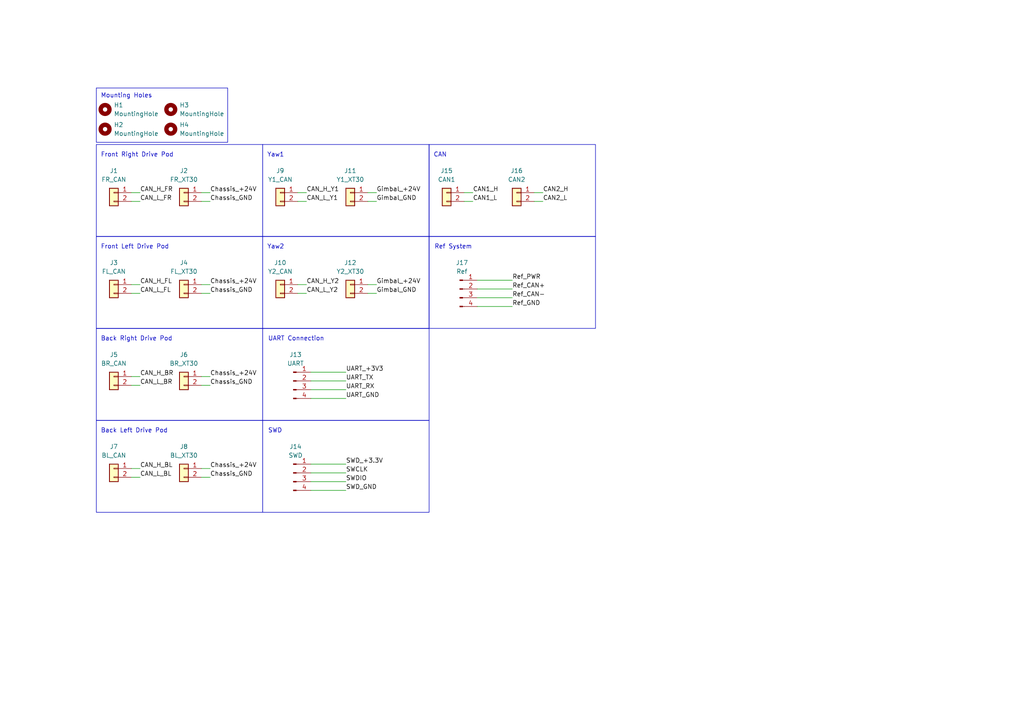
<source format=kicad_sch>
(kicad_sch (version 20231120) (generator "eeschema") (generator_version "8.0")
  (paper "A4")
  (lib_symbols
    (symbol "Connector:Conn_01x04_Pin" (pin_names (offset 1.016) hide)
      (property "Reference" "J" (at 0 5.08 0))
      (property "Value" "Conn_01x04_Pin" (at 0 -7.62 0))
      (symbol "Conn_01x04_Pin_1_1"
        (polyline (pts (xy 1.27 -5.08) (xy 0.8636 -5.08)) (stroke (width 0.1524)))
        (polyline (pts (xy 1.27 -2.54) (xy 0.8636 -2.54)) (stroke (width 0.1524)))
        (polyline (pts (xy 1.27 0) (xy 0.8636 0)) (stroke (width 0.1524)))
        (polyline (pts (xy 1.27 2.54) (xy 0.8636 2.54)) (stroke (width 0.1524)))
        (rectangle (start 0.8636 -4.953) (end 0 -5.207) (stroke (width 0.1524)) (fill (type outline)))
        (rectangle (start 0.8636 -2.413) (end 0 -2.667) (stroke (width 0.1524)) (fill (type outline)))
        (rectangle (start 0.8636 0.127) (end 0 -0.127) (stroke (width 0.1524)) (fill (type outline)))
        (rectangle (start 0.8636 2.667) (end 0 2.413) (stroke (width 0.1524)) (fill (type outline)))
        (pin passive line (at 5.08 2.54 180) (length 3.81) (name "Pin_1") (number "1"))
        (pin passive line (at 5.08 0 180) (length 3.81) (name "Pin_2") (number "2"))
        (pin passive line (at 5.08 -2.54 180) (length 3.81) (name "Pin_3") (number "3"))
        (pin passive line (at 5.08 -5.08 180) (length 3.81) (name "Pin_4") (number "4"))
      )
    )
    (symbol "Connector_Generic:Conn_01x02" (pin_names (offset 1.016) hide)
      (property "Reference" "J" (at 0 2.54 0))
      (property "Value" "Conn_01x02" (at 0 -5.08 0))
      (symbol "Conn_01x02_1_1"
        (rectangle (start -1.27 -2.413) (end 0 -2.667) (stroke (width 0.1524)))
        (rectangle (start -1.27 0.127) (end 0 -0.127) (stroke (width 0.1524)))
        (rectangle (start -1.27 1.27) (end 1.27 -3.81) (stroke (width 0.254)) (fill (type background)))
        (pin passive line (at -5.08 0 0) (length 3.81) (name "Pin_1") (number "1"))
        (pin passive line (at -5.08 -2.54 0) (length 3.81) (name "Pin_2") (number "2"))
      )
    )
    (symbol "Mechanical:MountingHole" (pin_names (offset 1.016))
      (property "Reference" "H" (at 0 5.08 0))
      (property "Value" "MountingHole" (at 0 3.175 0))
      (symbol "MountingHole_0_1"
        (circle (center 0 0) (radius 1.27) (stroke (width 1.27)))
      )
    )
  )
  (wire (pts (xy 58.42 85.09) (xy 60.96 85.09)))
  (wire (pts (xy 60.96 109.22) (xy 58.42 109.22)))
  (wire (pts (xy 148.59 83.82) (xy 138.43 83.82)))
  (wire (pts (xy 109.22 55.88) (xy 106.68 55.88)))
  (wire (pts (xy 58.42 111.76) (xy 60.96 111.76)))
  (wire (pts (xy 100.33 139.7) (xy 90.17 139.7)))
  (wire (pts (xy 86.36 85.09) (xy 88.9 85.09)))
  (wire (pts (xy 60.96 55.88) (xy 58.42 55.88)))
  (wire (pts (xy 109.22 82.55) (xy 106.68 82.55)))
  (wire (pts (xy 100.33 137.16) (xy 90.17 137.16)))
  (wire (pts (xy 106.68 58.42) (xy 109.22 58.42)))
  (wire (pts (xy 100.33 142.24) (xy 90.17 142.24)))
  (wire (pts (xy 38.1 82.55) (xy 40.64 82.55)))
  (wire (pts (xy 100.33 110.49) (xy 90.17 110.49)))
  (wire (pts (xy 138.43 81.28) (xy 148.59 81.28)))
  (wire (pts (xy 58.42 58.42) (xy 60.96 58.42)))
  (wire (pts (xy 106.68 85.09) (xy 109.22 85.09)))
  (wire (pts (xy 134.62 58.42) (xy 137.16 58.42)))
  (wire (pts (xy 148.59 86.36) (xy 138.43 86.36)))
  (wire (pts (xy 100.33 113.03) (xy 90.17 113.03)))
  (wire (pts (xy 86.36 82.55) (xy 88.9 82.55)))
  (wire (pts (xy 157.48 55.88) (xy 154.94 55.88)))
  (wire (pts (xy 38.1 58.42) (xy 40.64 58.42)))
  (wire (pts (xy 38.1 138.43) (xy 40.64 138.43)))
  (wire (pts (xy 38.1 109.22) (xy 40.64 109.22)))
  (wire (pts (xy 38.1 111.76) (xy 40.64 111.76)))
  (wire (pts (xy 38.1 135.89) (xy 40.64 135.89)))
  (wire (pts (xy 86.36 58.42) (xy 88.9 58.42)))
  (wire (pts (xy 86.36 55.88) (xy 88.9 55.88)))
  (wire (pts (xy 148.59 88.9) (xy 138.43 88.9)))
  (wire (pts (xy 90.17 107.95) (xy 100.33 107.95)))
  (wire (pts (xy 38.1 85.09) (xy 40.64 85.09)))
  (wire (pts (xy 134.62 55.88) (xy 137.16 55.88)))
  (wire (pts (xy 154.94 58.42) (xy 157.48 58.42)))
  (wire (pts (xy 38.1 55.88) (xy 40.64 55.88)))
  (wire (pts (xy 58.42 138.43) (xy 60.96 138.43)))
  (wire (pts (xy 100.33 115.57) (xy 90.17 115.57)))
  (wire (pts (xy 60.96 82.55) (xy 58.42 82.55)))
  (wire (pts (xy 90.17 134.62) (xy 100.33 134.62)))
  (wire (pts (xy 60.96 135.89) (xy 58.42 135.89)))
  (rectangle (start 27.94 41.91) (end 76.2 68.58))
  (rectangle (start 27.94 68.58) (end 76.2 95.25))
  (rectangle (start 27.94 95.25) (end 76.2 121.92))
  (rectangle (start 76.2 68.58) (end 124.46 95.25))
  (rectangle (start 76.2 95.25) (end 124.46 121.92))
  (rectangle (start 27.94 121.92) (end 76.2 148.59))
  (rectangle (start 76.2 41.91) (end 124.46 68.58))
  (rectangle (start 27.94 25.527) (end 66.04 41.275))
  (rectangle (start 124.46 68.58) (end 172.72 95.25))
  (rectangle (start 124.46 41.91) (end 172.72 68.58))
  (rectangle (start 76.2 121.92) (end 124.46 148.59))
  (text "Front Right Drive Pod\n" (at 29.21 45.72 0) (effects (font (size 1.27 1.27)) (justify left bottom)))
  (text "UART Connection\n" (at 77.724 99.06 0) (effects (font (size 1.27 1.27)) (justify left bottom)))
  (text "Ref System" (at 125.984 72.39 0) (effects (font (size 1.27 1.27)) (justify left bottom)))
  (text "Yaw1" (at 77.47 45.72 0) (effects (font (size 1.27 1.27)) (justify left bottom)))
  (text "Front Left Drive Pod\n" (at 29.21 72.39 0) (effects (font (size 1.27 1.27)) (justify left bottom)))
  (text "Mounting Holes" (at 29.21 28.575 0) (effects (font (size 1.27 1.27)) (justify left bottom)))
  (text "CAN" (at 125.73 45.72 0) (effects (font (size 1.27 1.27)) (justify left bottom)))
  (text "Yaw2" (at 77.47 72.39 0) (effects (font (size 1.27 1.27)) (justify left bottom)))
  (text "Back Right Drive Pod\n" (at 29.21 99.06 0) (effects (font (size 1.27 1.27)) (justify left bottom)))
  (text "SWD" (at 77.724 125.73 0) (effects (font (size 1.27 1.27)) (justify left bottom)))
  (text "Back Left Drive Pod\n" (at 29.21 125.73 0) (effects (font (size 1.27 1.27)) (justify left bottom)))
  (label "Gimbal_+24V" (at 109.22 82.55 0))
  (label "SWD_GND" (at 100.33 142.24 0))
  (label "UART_GND" (at 100.33 115.57 0))
  (label "CAN1_H" (at 137.16 55.88 0))
  (label "CAN_H_Y2" (at 88.9 82.55 0))
  (label "Chassis_GND" (at 60.96 111.76 0))
  (label "Gimbal_+24V" (at 109.22 55.88 0))
  (label "Chassis_+24V" (at 60.96 55.88 0))
  (label "CAN_L_FL" (at 40.64 85.09 0))
  (label "UART_+3V3" (at 100.33 107.95 0))
  (label "Chassis_GND" (at 60.96 138.43 0))
  (label "CAN2_H" (at 157.48 55.88 0))
  (label "SWDIO" (at 100.33 139.7 0))
  (label "CAN_L_Y2" (at 88.9 85.09 0))
  (label "UART_RX" (at 100.33 113.03 0))
  (label "Gimbal_GND" (at 109.22 58.42 0))
  (label "Chassis_GND" (at 60.96 85.09 0))
  (label "Chassis_+24V" (at 60.96 82.55 0))
  (label "Chassis_GND" (at 60.96 58.42 0))
  (label "Ref_GND" (at 148.59 88.9 0))
  (label "CAN_H_FL" (at 40.64 82.55 0))
  (label "CAN_H_Y1" (at 88.9 55.88 0))
  (label "SWD_+3.3V" (at 100.33 134.62 0))
  (label "CAN_H_FR" (at 40.64 55.88 0))
  (label "Ref_CAN+" (at 148.59 83.82 0))
  (label "CAN_L_BR" (at 40.64 111.76 0))
  (label "CAN1_L" (at 137.16 58.42 0))
  (label "Chassis_+24V" (at 60.96 135.89 0))
  (label "SWCLK" (at 100.33 137.16 0))
  (label "CAN2_L" (at 157.48 58.42 0))
  (label "Ref_CAN-" (at 148.59 86.36 0))
  (label "CAN_H_BR" (at 40.64 109.22 0))
  (label "CAN_L_BL" (at 40.64 138.43 0))
  (label "Ref_PWR" (at 148.59 81.28 0))
  (label "CAN_L_FR" (at 40.64 58.42 0))
  (label "Gimbal_GND" (at 109.22 85.09 0))
  (label "CAN_H_BL" (at 40.64 135.89 0))
  (label "Chassis_+24V" (at 60.96 109.22 0))
  (label "UART_TX" (at 100.33 110.49 0))
  (label "CAN_L_Y1" (at 88.9 58.42 0))
  (symbol (lib_id "Connector:Conn_01x04_Pin") (at 85.09 110.49 0) (unit 1)
    (property "Reference" "J13" (at 85.725 102.87 0))
    (property "Value" "UART" (at 85.725 105.41 0))
    (property "Description" "Generic connector, single row, 01x04, script generated" (effects (hide yes)))
  )
  (symbol (lib_id "Connector_Generic:Conn_01x02") (at 53.34 55.88 0) (mirror y) (unit 1)
    (property "Reference" "J2" (at 53.34 49.53 0))
    (property "Value" "FR_XT30" (at 53.34 52.07 0))
    (property "Footprint" "Robomaster_Connectors:AMASS_XT30U-F_1x02_P5.0mm_Vertical" (effects (hide yes)))
    (property "Manufacturer_Part_Number" "XT30" (effects (hide yes)))
  )
  (symbol (lib_id "Connector_Generic:Conn_01x02") (at 53.34 82.55 0) (mirror y) (unit 1)
    (property "Reference" "J4" (at 53.34 76.2 0))
    (property "Value" "FL_XT30" (at 53.34 78.74 0))
    (property "Footprint" "Robomaster_Connectors:AMASS_XT30U-F_1x02_P5.0mm_Vertical" (effects (hide yes)))
    (property "Manufacturer_Part_Number" "XT30" (effects (hide yes)))
  )
  (symbol (lib_id "Connector_Generic:Conn_01x02") (at 81.28 55.88 0) (mirror y) (unit 1)
    (property "Reference" "J9" (at 81.28 49.53 0))
    (property "Value" "Y1_CAN" (at 81.28 52.07 0))
    (property "Footprint" "Connector_JST:JST_GH_BM02B-GHS-TBT_1x02-1MP_P1.25mm_Vertical" (effects (hide yes)))
    (property "Manufacturer_Part_Number" "JST 2-pin" (effects (hide yes)))
  )
  (symbol (lib_id "Mechanical:MountingHole") (at 30.48 31.75 0) (unit 1)
    (property "Reference" "H1" (at 33.02 30.48 0) (effects (justify left)))
    (property "Value" "MountingHole" (at 33.02 33.02 0) (effects (justify left)))
    (property "Footprint" "MountingHole:MountingHole_3mm" (effects (hide yes)))
  )
  (symbol (lib_id "Connector_Generic:Conn_01x02") (at 101.6 82.55 0) (mirror y) (unit 1)
    (property "Reference" "J12" (at 101.6 76.2 0))
    (property "Value" "Y2_XT30" (at 101.6 78.74 0))
    (property "Footprint" "Robomaster_Connectors:AMASS_XT30U-F_1x02_P5.0mm_Vertical" (effects (hide yes)))
    (property "Manufacturer_Part_Number" "XT30" (effects (hide yes)))
  )
  (symbol (lib_id "Connector_Generic:Conn_01x02") (at 129.54 55.88 0) (mirror y) (unit 1)
    (property "Reference" "J15" (at 129.54 49.53 0))
    (property "Value" "CAN1" (at 129.54 52.07 0))
    (property "Footprint" "Connector_JST:JST_GH_BM02B-GHS-TBT_1x02-1MP_P1.25mm_Vertical" (effects (hide yes)))
    (property "Manufacturer_Part_Number" "JST 2-pin" (effects (hide yes)))
  )
  (symbol (lib_id "Connector_Generic:Conn_01x02") (at 53.34 135.89 0) (mirror y) (unit 1)
    (property "Reference" "J8" (at 53.34 129.54 0))
    (property "Value" "BL_XT30" (at 53.34 132.08 0))
    (property "Footprint" "Robomaster_Connectors:AMASS_XT30U-F_1x02_P5.0mm_Vertical" (effects (hide yes)))
    (property "Manufacturer_Part_Number" "XT30" (effects (hide yes)))
  )
  (symbol (lib_id "Mechanical:MountingHole") (at 49.53 37.465 0) (unit 1)
    (property "Reference" "H4" (at 52.07 36.195 0) (effects (justify left)))
    (property "Value" "MountingHole" (at 52.07 38.735 0) (effects (justify left)))
    (property "Footprint" "MountingHole:MountingHole_3mm" (effects (hide yes)))
  )
  (symbol (lib_id "Connector:Conn_01x04_Pin") (at 133.35 83.82 0) (unit 1)
    (property "Reference" "J17" (at 133.985 76.2 0))
    (property "Value" "Ref" (at 133.985 78.74 0))
    (property "Description" "Generic connector, single row, 01x04, script generated" (effects (hide yes)))
  )
  (symbol (lib_id "Connector_Generic:Conn_01x02") (at 101.6 55.88 0) (mirror y) (unit 1)
    (property "Reference" "J11" (at 101.6 49.53 0))
    (property "Value" "Y1_XT30" (at 101.6 52.07 0))
    (property "Footprint" "Robomaster_Connectors:AMASS_XT30U-F_1x02_P5.0mm_Vertical" (effects (hide yes)))
    (property "Manufacturer_Part_Number" "XT30" (effects (hide yes)))
  )
  (symbol (lib_id "Connector_Generic:Conn_01x02") (at 81.28 82.55 0) (mirror y) (unit 1)
    (property "Reference" "J10" (at 81.28 76.2 0))
    (property "Value" "Y2_CAN" (at 81.28 78.74 0))
    (property "Footprint" "Connector_JST:JST_GH_BM02B-GHS-TBT_1x02-1MP_P1.25mm_Vertical" (effects (hide yes)))
    (property "Manufacturer_Part_Number" "JST 2-pin" (effects (hide yes)))
  )
  (symbol (lib_id "Connector_Generic:Conn_01x02") (at 33.02 55.88 0) (mirror y) (unit 1)
    (property "Reference" "J1" (at 33.02 49.53 0))
    (property "Value" "FR_CAN" (at 33.02 52.07 0))
    (property "Footprint" "Connector_JST:JST_GH_BM02B-GHS-TBT_1x02-1MP_P1.25mm_Vertical" (effects (hide yes)))
    (property "Manufacturer_Part_Number" "JST 2-pin" (effects (hide yes)))
  )
  (symbol (lib_id "Connector_Generic:Conn_01x02") (at 149.86 55.88 0) (mirror y) (unit 1)
    (property "Reference" "J16" (at 149.86 49.53 0))
    (property "Value" "CAN2" (at 149.86 52.07 0))
    (property "Footprint" "Robomaster_Connectors:AMASS_XT30U-F_1x02_P5.0mm_Vertical" (effects (hide yes)))
    (property "Manufacturer_Part_Number" "XT30" (effects (hide yes)))
  )
  (symbol (lib_id "Connector:Conn_01x04_Pin") (at 85.09 137.16 0) (unit 1)
    (property "Reference" "J14" (at 85.725 129.54 0))
    (property "Value" "SWD" (at 85.725 132.08 0))
    (property "Description" "Generic connector, single row, 01x04, script generated" (effects (hide yes)))
  )
  (symbol (lib_id "Connector_Generic:Conn_01x02") (at 33.02 82.55 0) (mirror y) (unit 1)
    (property "Reference" "J3" (at 33.02 76.2 0))
    (property "Value" "FL_CAN" (at 33.02 78.74 0))
    (property "Footprint" "Connector_JST:JST_GH_BM02B-GHS-TBT_1x02-1MP_P1.25mm_Vertical" (effects (hide yes)))
    (property "Manufacturer_Part_Number" "JST 2-pin" (effects (hide yes)))
  )
  (symbol (lib_id "Mechanical:MountingHole") (at 30.48 37.465 0) (unit 1)
    (property "Reference" "H2" (at 33.02 36.195 0) (effects (justify left)))
    (property "Value" "MountingHole" (at 33.02 38.735 0) (effects (justify left)))
    (property "Footprint" "MountingHole:MountingHole_3mm" (effects (hide yes)))
  )
  (symbol (lib_id "Connector_Generic:Conn_01x02") (at 33.02 109.22 0) (mirror y) (unit 1)
    (property "Reference" "J5" (at 33.02 102.87 0))
    (property "Value" "BR_CAN" (at 33.02 105.41 0))
    (property "Footprint" "Connector_JST:JST_GH_BM02B-GHS-TBT_1x02-1MP_P1.25mm_Vertical" (effects (hide yes)))
    (property "Manufacturer_Part_Number" "JST 2-pin" (effects (hide yes)))
  )
  (symbol (lib_id "Mechanical:MountingHole") (at 49.53 31.75 0) (unit 1)
    (property "Reference" "H3" (at 52.07 30.48 0) (effects (justify left)))
    (property "Value" "MountingHole" (at 52.07 33.02 0) (effects (justify left)))
    (property "Footprint" "MountingHole:MountingHole_3mm" (effects (hide yes)))
  )
  (symbol (lib_id "Connector_Generic:Conn_01x02") (at 33.02 135.89 0) (mirror y) (unit 1)
    (property "Reference" "J7" (at 33.02 129.54 0))
    (property "Value" "BL_CAN" (at 33.02 132.08 0))
    (property "Footprint" "Connector_JST:JST_GH_BM02B-GHS-TBT_1x02-1MP_P1.25mm_Vertical" (effects (hide yes)))
    (property "Manufacturer_Part_Number" "JST 2-pin" (effects (hide yes)))
  )
  (symbol (lib_id "Connector_Generic:Conn_01x02") (at 53.34 109.22 0) (mirror y) (unit 1)
    (property "Reference" "J6" (at 53.34 102.87 0))
    (property "Value" "BR_XT30" (at 53.34 105.41 0))
    (property "Footprint" "Robomaster_Connectors:AMASS_XT30U-F_1x02_P5.0mm_Vertical" (effects (hide yes)))
    (property "Manufacturer_Part_Number" "XT30" (effects (hide yes)))
  )
)
</source>
